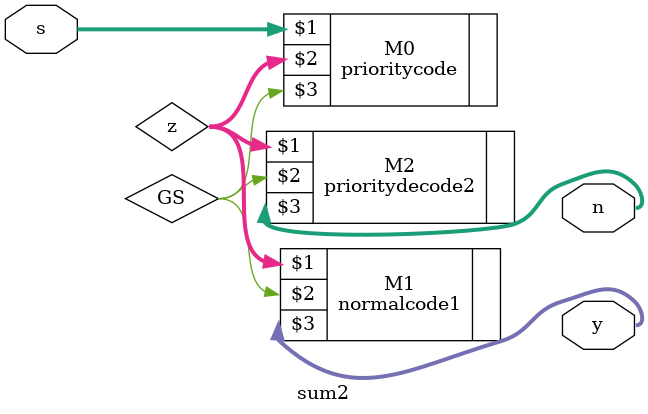
<source format=v>
`timescale 1ns / 1ps


module sum2(
    input [9:0] s,
    output [9:0] y,
    output [6:0] n
    );
   wire  [3:0] z;
   wire GS;
   prioritycode M0(s[9:0],z[3:0],GS);
   normalcode1 M1(z[3:0],GS,y[9:0]);
   prioritydecode2 M2(z[3:0],GS,n[6:0]);
endmodule

</source>
